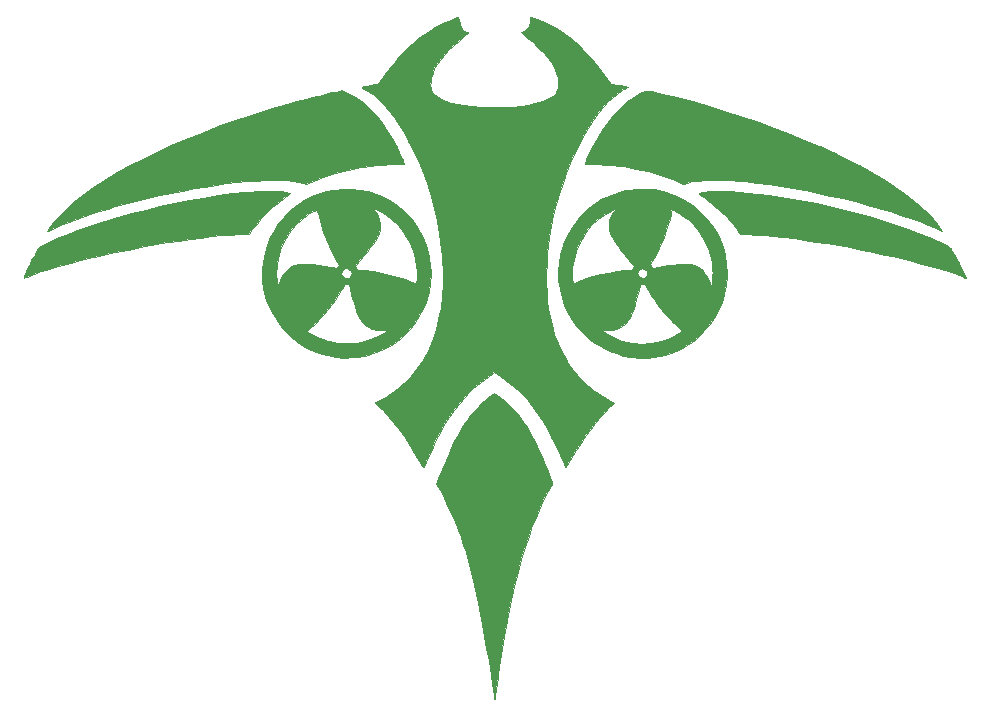
<source format=gbr>
G04 #@! TF.GenerationSoftware,KiCad,Pcbnew,(5.0.2)-1*
G04 #@! TF.CreationDate,2019-02-02T15:46:13-06:00*
G04 #@! TF.ProjectId,Motor test module,4d6f746f-7220-4746-9573-74206d6f6475,rev?*
G04 #@! TF.SameCoordinates,Original*
G04 #@! TF.FileFunction,Legend,Bot*
G04 #@! TF.FilePolarity,Positive*
%FSLAX46Y46*%
G04 Gerber Fmt 4.6, Leading zero omitted, Abs format (unit mm)*
G04 Created by KiCad (PCBNEW (5.0.2)-1) date 2/2/2019 3:46:13 PM*
%MOMM*%
%LPD*%
G01*
G04 APERTURE LIST*
%ADD10C,0.010000*%
G04 APERTURE END LIST*
D10*
G04 #@! TO.C,G\002A\002A\002A*
G36*
X133393747Y-106673920D02*
X133279418Y-106745311D01*
X133128069Y-106853992D01*
X132950211Y-106991536D01*
X132756351Y-107149512D01*
X132556998Y-107319491D01*
X132362661Y-107493044D01*
X132183848Y-107661741D01*
X132127082Y-107717871D01*
X131804859Y-108057549D01*
X131497287Y-108417109D01*
X131201214Y-108802179D01*
X130913481Y-109218388D01*
X130630935Y-109671366D01*
X130350419Y-110166741D01*
X130068777Y-110710143D01*
X129782855Y-111307201D01*
X129489496Y-111963543D01*
X129185546Y-112684800D01*
X128867847Y-113476600D01*
X128796359Y-113659376D01*
X128546590Y-114300658D01*
X128750072Y-114661620D01*
X129069891Y-115254699D01*
X129394057Y-115904306D01*
X129712672Y-116588881D01*
X130015839Y-117286864D01*
X130293661Y-117976698D01*
X130395995Y-118246917D01*
X130612777Y-118847891D01*
X130820301Y-119459502D01*
X131019597Y-120086439D01*
X131211696Y-120733391D01*
X131397627Y-121405046D01*
X131578422Y-122106094D01*
X131755110Y-122841224D01*
X131928722Y-123615124D01*
X132100288Y-124432484D01*
X132270839Y-125297992D01*
X132441404Y-126216338D01*
X132613014Y-127192210D01*
X132786700Y-128230297D01*
X132963491Y-129335288D01*
X133144418Y-130511872D01*
X133258076Y-131272298D01*
X133303285Y-131574856D01*
X133345446Y-131851400D01*
X133383033Y-132092359D01*
X133414520Y-132288158D01*
X133438381Y-132429225D01*
X133453091Y-132505986D01*
X133456486Y-132517215D01*
X133476033Y-132497431D01*
X133493507Y-132439886D01*
X133504276Y-132376165D01*
X133524060Y-132245355D01*
X133551194Y-132059019D01*
X133584012Y-131828723D01*
X133620848Y-131566030D01*
X133655706Y-131314031D01*
X133881892Y-129735205D01*
X134116076Y-128233164D01*
X134358863Y-126805666D01*
X134610856Y-125450466D01*
X134872657Y-124165322D01*
X135144868Y-122947989D01*
X135428094Y-121796225D01*
X135722938Y-120707784D01*
X136030000Y-119680425D01*
X136349886Y-118711903D01*
X136683198Y-117799974D01*
X137030538Y-116942395D01*
X137392510Y-116136923D01*
X137769716Y-115381314D01*
X138097145Y-114786342D01*
X138194497Y-114613662D01*
X138275399Y-114463463D01*
X138332359Y-114350157D01*
X138357884Y-114288157D01*
X138358562Y-114283471D01*
X138344610Y-114230871D01*
X138305485Y-114115301D01*
X138245285Y-113947572D01*
X138168109Y-113738497D01*
X138078053Y-113498886D01*
X137979216Y-113239551D01*
X137875696Y-112971303D01*
X137771590Y-112704953D01*
X137670996Y-112451312D01*
X137578013Y-112221193D01*
X137563038Y-112184656D01*
X137422086Y-111857072D01*
X137253560Y-111490602D01*
X137066487Y-111103075D01*
X136869894Y-110712321D01*
X136672807Y-110336169D01*
X136484254Y-109992448D01*
X136313261Y-109698986D01*
X136264391Y-109619665D01*
X135942255Y-109131357D01*
X135600690Y-108661245D01*
X135250285Y-108222376D01*
X134901630Y-107827797D01*
X134565314Y-107490554D01*
X134455826Y-107391417D01*
X134292058Y-107251780D01*
X134115359Y-107108203D01*
X133937865Y-106969748D01*
X133771711Y-106845477D01*
X133629034Y-106744451D01*
X133521968Y-106675732D01*
X133462649Y-106648381D01*
X133460549Y-106648250D01*
X133393747Y-106673920D01*
X133393747Y-106673920D01*
G37*
X133393747Y-106673920D02*
X133279418Y-106745311D01*
X133128069Y-106853992D01*
X132950211Y-106991536D01*
X132756351Y-107149512D01*
X132556998Y-107319491D01*
X132362661Y-107493044D01*
X132183848Y-107661741D01*
X132127082Y-107717871D01*
X131804859Y-108057549D01*
X131497287Y-108417109D01*
X131201214Y-108802179D01*
X130913481Y-109218388D01*
X130630935Y-109671366D01*
X130350419Y-110166741D01*
X130068777Y-110710143D01*
X129782855Y-111307201D01*
X129489496Y-111963543D01*
X129185546Y-112684800D01*
X128867847Y-113476600D01*
X128796359Y-113659376D01*
X128546590Y-114300658D01*
X128750072Y-114661620D01*
X129069891Y-115254699D01*
X129394057Y-115904306D01*
X129712672Y-116588881D01*
X130015839Y-117286864D01*
X130293661Y-117976698D01*
X130395995Y-118246917D01*
X130612777Y-118847891D01*
X130820301Y-119459502D01*
X131019597Y-120086439D01*
X131211696Y-120733391D01*
X131397627Y-121405046D01*
X131578422Y-122106094D01*
X131755110Y-122841224D01*
X131928722Y-123615124D01*
X132100288Y-124432484D01*
X132270839Y-125297992D01*
X132441404Y-126216338D01*
X132613014Y-127192210D01*
X132786700Y-128230297D01*
X132963491Y-129335288D01*
X133144418Y-130511872D01*
X133258076Y-131272298D01*
X133303285Y-131574856D01*
X133345446Y-131851400D01*
X133383033Y-132092359D01*
X133414520Y-132288158D01*
X133438381Y-132429225D01*
X133453091Y-132505986D01*
X133456486Y-132517215D01*
X133476033Y-132497431D01*
X133493507Y-132439886D01*
X133504276Y-132376165D01*
X133524060Y-132245355D01*
X133551194Y-132059019D01*
X133584012Y-131828723D01*
X133620848Y-131566030D01*
X133655706Y-131314031D01*
X133881892Y-129735205D01*
X134116076Y-128233164D01*
X134358863Y-126805666D01*
X134610856Y-125450466D01*
X134872657Y-124165322D01*
X135144868Y-122947989D01*
X135428094Y-121796225D01*
X135722938Y-120707784D01*
X136030000Y-119680425D01*
X136349886Y-118711903D01*
X136683198Y-117799974D01*
X137030538Y-116942395D01*
X137392510Y-116136923D01*
X137769716Y-115381314D01*
X138097145Y-114786342D01*
X138194497Y-114613662D01*
X138275399Y-114463463D01*
X138332359Y-114350157D01*
X138357884Y-114288157D01*
X138358562Y-114283471D01*
X138344610Y-114230871D01*
X138305485Y-114115301D01*
X138245285Y-113947572D01*
X138168109Y-113738497D01*
X138078053Y-113498886D01*
X137979216Y-113239551D01*
X137875696Y-112971303D01*
X137771590Y-112704953D01*
X137670996Y-112451312D01*
X137578013Y-112221193D01*
X137563038Y-112184656D01*
X137422086Y-111857072D01*
X137253560Y-111490602D01*
X137066487Y-111103075D01*
X136869894Y-110712321D01*
X136672807Y-110336169D01*
X136484254Y-109992448D01*
X136313261Y-109698986D01*
X136264391Y-109619665D01*
X135942255Y-109131357D01*
X135600690Y-108661245D01*
X135250285Y-108222376D01*
X134901630Y-107827797D01*
X134565314Y-107490554D01*
X134455826Y-107391417D01*
X134292058Y-107251780D01*
X134115359Y-107108203D01*
X133937865Y-106969748D01*
X133771711Y-106845477D01*
X133629034Y-106744451D01*
X133521968Y-106675732D01*
X133462649Y-106648381D01*
X133460549Y-106648250D01*
X133393747Y-106673920D01*
G36*
X136506465Y-74814818D02*
X136495120Y-74905590D01*
X136493250Y-74970422D01*
X136457893Y-75269211D01*
X136355687Y-75537566D01*
X136192433Y-75765334D01*
X135973928Y-75942364D01*
X135920764Y-75972569D01*
X135818159Y-76031261D01*
X135752327Y-76077101D01*
X135739187Y-76093082D01*
X135768114Y-76125742D01*
X135847518Y-76198753D01*
X135966337Y-76302339D01*
X136113506Y-76426718D01*
X136165828Y-76470181D01*
X136703085Y-76934859D01*
X137188805Y-77396552D01*
X137618716Y-77850398D01*
X137988544Y-78291536D01*
X138294016Y-78715104D01*
X138530860Y-79116241D01*
X138582090Y-79219238D01*
X138710809Y-79535547D01*
X138804655Y-79863226D01*
X138861822Y-80186943D01*
X138880507Y-80491371D01*
X138858902Y-80761180D01*
X138795202Y-80981040D01*
X138790744Y-80990735D01*
X138639607Y-81222489D01*
X138414367Y-81436723D01*
X138118535Y-81632559D01*
X137755619Y-81809117D01*
X137329128Y-81965515D01*
X136842572Y-82100874D01*
X136299461Y-82214315D01*
X135703303Y-82304957D01*
X135057608Y-82371920D01*
X134365885Y-82414324D01*
X133631643Y-82431289D01*
X133063473Y-82426957D01*
X132296510Y-82397599D01*
X131583278Y-82341913D01*
X130926689Y-82260592D01*
X130329655Y-82154333D01*
X129795089Y-82023828D01*
X129325903Y-81869774D01*
X128925010Y-81692863D01*
X128595320Y-81493792D01*
X128374231Y-81308656D01*
X128202883Y-81095271D01*
X128092546Y-80852447D01*
X128042050Y-80573605D01*
X128050226Y-80252162D01*
X128115904Y-79881536D01*
X128118637Y-79870066D01*
X128228272Y-79508560D01*
X128385947Y-79144121D01*
X128594627Y-78773132D01*
X128857281Y-78391980D01*
X129176878Y-77997047D01*
X129556384Y-77584718D01*
X129998768Y-77151378D01*
X130506998Y-76693410D01*
X131084042Y-76207200D01*
X131208579Y-76105756D01*
X131186344Y-76082859D01*
X131114167Y-76039767D01*
X131089516Y-76026832D01*
X130829199Y-75856136D01*
X130635199Y-75643028D01*
X130505400Y-75384337D01*
X130437690Y-75076893D01*
X130434343Y-75044321D01*
X130426084Y-74939308D01*
X130416543Y-74865315D01*
X130394742Y-74821591D01*
X130349702Y-74807384D01*
X130270443Y-74821940D01*
X130145988Y-74864509D01*
X129965356Y-74934339D01*
X129795641Y-75000575D01*
X129132066Y-75287744D01*
X128460201Y-75635465D01*
X127802105Y-76030950D01*
X127179839Y-76461406D01*
X126888875Y-76685881D01*
X126440157Y-77070384D01*
X125971440Y-77518730D01*
X125491924Y-78020954D01*
X125010808Y-78567088D01*
X124537292Y-79147166D01*
X124161325Y-79640906D01*
X124019793Y-79832521D01*
X123887985Y-80010351D01*
X123775915Y-80160933D01*
X123693597Y-80270802D01*
X123658202Y-80317360D01*
X123619747Y-80362688D01*
X123575719Y-80398093D01*
X123513330Y-80427606D01*
X123419793Y-80455254D01*
X123282320Y-80485067D01*
X123088125Y-80521074D01*
X122915019Y-80551524D01*
X122694279Y-80591119D01*
X122498872Y-80628219D01*
X122343147Y-80659939D01*
X122241458Y-80683393D01*
X122210314Y-80693240D01*
X122212677Y-80723877D01*
X122289419Y-80779106D01*
X122439655Y-80858306D01*
X122459137Y-80867737D01*
X122865136Y-81098637D01*
X123280771Y-81403688D01*
X123702771Y-81778720D01*
X124127864Y-82219567D01*
X124552779Y-82722059D01*
X124974244Y-83282030D01*
X125388988Y-83895310D01*
X125793739Y-84557732D01*
X126185225Y-85265128D01*
X126560176Y-86013329D01*
X126653202Y-86211126D01*
X127219194Y-87523963D01*
X127715262Y-88871583D01*
X128139950Y-90248618D01*
X128491806Y-91649700D01*
X128769376Y-93069460D01*
X128971205Y-94502531D01*
X129017369Y-94940438D01*
X129041906Y-95253339D01*
X129061157Y-95622090D01*
X129075023Y-96029932D01*
X129083401Y-96460109D01*
X129086190Y-96895861D01*
X129083289Y-97320432D01*
X129074598Y-97717062D01*
X129060013Y-98068995D01*
X129039435Y-98359472D01*
X129038120Y-98373406D01*
X128907665Y-99410793D01*
X128720401Y-100395266D01*
X128476609Y-101326298D01*
X128176566Y-102203358D01*
X127820550Y-103025917D01*
X127408841Y-103793448D01*
X126941716Y-104505421D01*
X126419455Y-105161306D01*
X125842335Y-105760576D01*
X125210636Y-106302701D01*
X124651644Y-106704539D01*
X124491261Y-106807197D01*
X124305724Y-106920279D01*
X124108285Y-107036362D01*
X123912195Y-107148025D01*
X123730706Y-107247846D01*
X123577068Y-107328402D01*
X123464534Y-107382274D01*
X123406354Y-107402037D01*
X123406297Y-107402037D01*
X123360035Y-107409363D01*
X123356687Y-107413362D01*
X123383213Y-107443644D01*
X123457154Y-107521572D01*
X123570061Y-107638407D01*
X123713481Y-107785413D01*
X123878963Y-107953850D01*
X123903670Y-107978909D01*
X124355105Y-108462636D01*
X124821641Y-109012037D01*
X125295719Y-109616712D01*
X125769773Y-110266266D01*
X126236244Y-110950299D01*
X126687566Y-111658415D01*
X127116180Y-112380216D01*
X127156962Y-112451799D01*
X127255609Y-112622726D01*
X127341185Y-112765587D01*
X127405873Y-112867728D01*
X127441854Y-112916498D01*
X127445578Y-112918875D01*
X127467332Y-112884030D01*
X127514839Y-112786599D01*
X127583250Y-112637235D01*
X127667722Y-112446591D01*
X127763406Y-112225323D01*
X127798333Y-112143357D01*
X128005766Y-111668527D01*
X128229810Y-111180408D01*
X128462485Y-110695139D01*
X128695809Y-110228859D01*
X128921803Y-109797706D01*
X129132487Y-109417820D01*
X129220336Y-109267625D01*
X129618115Y-108631599D01*
X130018474Y-108056158D01*
X130435413Y-107523335D01*
X130882933Y-107015166D01*
X131340221Y-106547604D01*
X131683479Y-106220358D01*
X132000507Y-105937437D01*
X132313705Y-105680434D01*
X132645473Y-105430941D01*
X133005328Y-105179305D01*
X133466312Y-104865894D01*
X133898296Y-105158998D01*
X134694532Y-105746415D01*
X135437367Y-106392207D01*
X135700291Y-106647459D01*
X136178532Y-107154117D01*
X136633024Y-107695430D01*
X137067674Y-108277650D01*
X137486386Y-108907031D01*
X137893065Y-109589828D01*
X138291615Y-110332295D01*
X138685942Y-111140685D01*
X139079951Y-112021253D01*
X139132891Y-112144969D01*
X139228447Y-112367337D01*
X139315039Y-112564966D01*
X139387365Y-112726062D01*
X139440119Y-112838831D01*
X139467998Y-112891478D01*
X139469287Y-112893059D01*
X139504198Y-112880461D01*
X139561048Y-112812933D01*
X139610443Y-112734309D01*
X139980008Y-112099960D01*
X140365533Y-111473346D01*
X140761568Y-110861923D01*
X141162661Y-110273146D01*
X141563360Y-109714467D01*
X141958213Y-109193343D01*
X142341769Y-108717227D01*
X142708576Y-108293574D01*
X143053182Y-107929837D01*
X143287172Y-107706810D01*
X143407459Y-107594931D01*
X143499101Y-107503557D01*
X143550347Y-107444771D01*
X143556538Y-107429848D01*
X143515693Y-107406219D01*
X143418942Y-107354586D01*
X143281194Y-107282803D01*
X143133445Y-107206930D01*
X142455508Y-106818139D01*
X141804916Y-106359880D01*
X141189701Y-105839674D01*
X140617898Y-105265043D01*
X140097541Y-104643509D01*
X139636662Y-103982593D01*
X139563279Y-103864357D01*
X139175178Y-103165223D01*
X138836567Y-102421108D01*
X138545976Y-101627524D01*
X138301936Y-100779983D01*
X138102977Y-99873998D01*
X137953536Y-98948875D01*
X137929929Y-98768048D01*
X137910848Y-98600643D01*
X137895824Y-98435260D01*
X137884390Y-98260502D01*
X137876077Y-98064970D01*
X137870416Y-97837264D01*
X137866940Y-97565986D01*
X137865180Y-97239738D01*
X137864668Y-96847120D01*
X137864669Y-96785906D01*
X137865908Y-96313171D01*
X137870191Y-95904804D01*
X137878577Y-95545822D01*
X137892124Y-95221242D01*
X137911892Y-94916082D01*
X137938940Y-94615360D01*
X137974327Y-94304093D01*
X138019111Y-93967299D01*
X138074352Y-93589994D01*
X138104503Y-93392625D01*
X138264987Y-92467749D01*
X138459531Y-91546754D01*
X138685905Y-90634028D01*
X138941879Y-89733955D01*
X139225225Y-88850924D01*
X139533711Y-87989319D01*
X139865110Y-87153528D01*
X140217191Y-86347938D01*
X140587725Y-85576933D01*
X140974482Y-84844901D01*
X141375234Y-84156228D01*
X141787750Y-83515301D01*
X142209802Y-82926505D01*
X142639158Y-82394228D01*
X143073591Y-81922855D01*
X143510871Y-81516774D01*
X143948768Y-81180369D01*
X144385053Y-80918029D01*
X144465338Y-80877999D01*
X144621484Y-80799682D01*
X144711572Y-80745967D01*
X144743031Y-80711461D01*
X144723307Y-80690776D01*
X144660445Y-80675022D01*
X144534237Y-80648777D01*
X144359573Y-80614949D01*
X144151342Y-80576450D01*
X143999764Y-80549368D01*
X143350497Y-80434972D01*
X143109492Y-80097471D01*
X142610852Y-79424373D01*
X142101977Y-78785972D01*
X141589882Y-78190062D01*
X141081580Y-77644435D01*
X140584086Y-77156887D01*
X140104414Y-76735209D01*
X140025300Y-76670758D01*
X139446790Y-76240486D01*
X138813233Y-75832896D01*
X138148373Y-75461567D01*
X137475956Y-75140075D01*
X137030697Y-74958435D01*
X136849353Y-74890825D01*
X136694859Y-74834882D01*
X136582328Y-74795961D01*
X136526875Y-74779416D01*
X136524681Y-74779188D01*
X136506465Y-74814818D01*
X136506465Y-74814818D01*
G37*
X136506465Y-74814818D02*
X136495120Y-74905590D01*
X136493250Y-74970422D01*
X136457893Y-75269211D01*
X136355687Y-75537566D01*
X136192433Y-75765334D01*
X135973928Y-75942364D01*
X135920764Y-75972569D01*
X135818159Y-76031261D01*
X135752327Y-76077101D01*
X135739187Y-76093082D01*
X135768114Y-76125742D01*
X135847518Y-76198753D01*
X135966337Y-76302339D01*
X136113506Y-76426718D01*
X136165828Y-76470181D01*
X136703085Y-76934859D01*
X137188805Y-77396552D01*
X137618716Y-77850398D01*
X137988544Y-78291536D01*
X138294016Y-78715104D01*
X138530860Y-79116241D01*
X138582090Y-79219238D01*
X138710809Y-79535547D01*
X138804655Y-79863226D01*
X138861822Y-80186943D01*
X138880507Y-80491371D01*
X138858902Y-80761180D01*
X138795202Y-80981040D01*
X138790744Y-80990735D01*
X138639607Y-81222489D01*
X138414367Y-81436723D01*
X138118535Y-81632559D01*
X137755619Y-81809117D01*
X137329128Y-81965515D01*
X136842572Y-82100874D01*
X136299461Y-82214315D01*
X135703303Y-82304957D01*
X135057608Y-82371920D01*
X134365885Y-82414324D01*
X133631643Y-82431289D01*
X133063473Y-82426957D01*
X132296510Y-82397599D01*
X131583278Y-82341913D01*
X130926689Y-82260592D01*
X130329655Y-82154333D01*
X129795089Y-82023828D01*
X129325903Y-81869774D01*
X128925010Y-81692863D01*
X128595320Y-81493792D01*
X128374231Y-81308656D01*
X128202883Y-81095271D01*
X128092546Y-80852447D01*
X128042050Y-80573605D01*
X128050226Y-80252162D01*
X128115904Y-79881536D01*
X128118637Y-79870066D01*
X128228272Y-79508560D01*
X128385947Y-79144121D01*
X128594627Y-78773132D01*
X128857281Y-78391980D01*
X129176878Y-77997047D01*
X129556384Y-77584718D01*
X129998768Y-77151378D01*
X130506998Y-76693410D01*
X131084042Y-76207200D01*
X131208579Y-76105756D01*
X131186344Y-76082859D01*
X131114167Y-76039767D01*
X131089516Y-76026832D01*
X130829199Y-75856136D01*
X130635199Y-75643028D01*
X130505400Y-75384337D01*
X130437690Y-75076893D01*
X130434343Y-75044321D01*
X130426084Y-74939308D01*
X130416543Y-74865315D01*
X130394742Y-74821591D01*
X130349702Y-74807384D01*
X130270443Y-74821940D01*
X130145988Y-74864509D01*
X129965356Y-74934339D01*
X129795641Y-75000575D01*
X129132066Y-75287744D01*
X128460201Y-75635465D01*
X127802105Y-76030950D01*
X127179839Y-76461406D01*
X126888875Y-76685881D01*
X126440157Y-77070384D01*
X125971440Y-77518730D01*
X125491924Y-78020954D01*
X125010808Y-78567088D01*
X124537292Y-79147166D01*
X124161325Y-79640906D01*
X124019793Y-79832521D01*
X123887985Y-80010351D01*
X123775915Y-80160933D01*
X123693597Y-80270802D01*
X123658202Y-80317360D01*
X123619747Y-80362688D01*
X123575719Y-80398093D01*
X123513330Y-80427606D01*
X123419793Y-80455254D01*
X123282320Y-80485067D01*
X123088125Y-80521074D01*
X122915019Y-80551524D01*
X122694279Y-80591119D01*
X122498872Y-80628219D01*
X122343147Y-80659939D01*
X122241458Y-80683393D01*
X122210314Y-80693240D01*
X122212677Y-80723877D01*
X122289419Y-80779106D01*
X122439655Y-80858306D01*
X122459137Y-80867737D01*
X122865136Y-81098637D01*
X123280771Y-81403688D01*
X123702771Y-81778720D01*
X124127864Y-82219567D01*
X124552779Y-82722059D01*
X124974244Y-83282030D01*
X125388988Y-83895310D01*
X125793739Y-84557732D01*
X126185225Y-85265128D01*
X126560176Y-86013329D01*
X126653202Y-86211126D01*
X127219194Y-87523963D01*
X127715262Y-88871583D01*
X128139950Y-90248618D01*
X128491806Y-91649700D01*
X128769376Y-93069460D01*
X128971205Y-94502531D01*
X129017369Y-94940438D01*
X129041906Y-95253339D01*
X129061157Y-95622090D01*
X129075023Y-96029932D01*
X129083401Y-96460109D01*
X129086190Y-96895861D01*
X129083289Y-97320432D01*
X129074598Y-97717062D01*
X129060013Y-98068995D01*
X129039435Y-98359472D01*
X129038120Y-98373406D01*
X128907665Y-99410793D01*
X128720401Y-100395266D01*
X128476609Y-101326298D01*
X128176566Y-102203358D01*
X127820550Y-103025917D01*
X127408841Y-103793448D01*
X126941716Y-104505421D01*
X126419455Y-105161306D01*
X125842335Y-105760576D01*
X125210636Y-106302701D01*
X124651644Y-106704539D01*
X124491261Y-106807197D01*
X124305724Y-106920279D01*
X124108285Y-107036362D01*
X123912195Y-107148025D01*
X123730706Y-107247846D01*
X123577068Y-107328402D01*
X123464534Y-107382274D01*
X123406354Y-107402037D01*
X123406297Y-107402037D01*
X123360035Y-107409363D01*
X123356687Y-107413362D01*
X123383213Y-107443644D01*
X123457154Y-107521572D01*
X123570061Y-107638407D01*
X123713481Y-107785413D01*
X123878963Y-107953850D01*
X123903670Y-107978909D01*
X124355105Y-108462636D01*
X124821641Y-109012037D01*
X125295719Y-109616712D01*
X125769773Y-110266266D01*
X126236244Y-110950299D01*
X126687566Y-111658415D01*
X127116180Y-112380216D01*
X127156962Y-112451799D01*
X127255609Y-112622726D01*
X127341185Y-112765587D01*
X127405873Y-112867728D01*
X127441854Y-112916498D01*
X127445578Y-112918875D01*
X127467332Y-112884030D01*
X127514839Y-112786599D01*
X127583250Y-112637235D01*
X127667722Y-112446591D01*
X127763406Y-112225323D01*
X127798333Y-112143357D01*
X128005766Y-111668527D01*
X128229810Y-111180408D01*
X128462485Y-110695139D01*
X128695809Y-110228859D01*
X128921803Y-109797706D01*
X129132487Y-109417820D01*
X129220336Y-109267625D01*
X129618115Y-108631599D01*
X130018474Y-108056158D01*
X130435413Y-107523335D01*
X130882933Y-107015166D01*
X131340221Y-106547604D01*
X131683479Y-106220358D01*
X132000507Y-105937437D01*
X132313705Y-105680434D01*
X132645473Y-105430941D01*
X133005328Y-105179305D01*
X133466312Y-104865894D01*
X133898296Y-105158998D01*
X134694532Y-105746415D01*
X135437367Y-106392207D01*
X135700291Y-106647459D01*
X136178532Y-107154117D01*
X136633024Y-107695430D01*
X137067674Y-108277650D01*
X137486386Y-108907031D01*
X137893065Y-109589828D01*
X138291615Y-110332295D01*
X138685942Y-111140685D01*
X139079951Y-112021253D01*
X139132891Y-112144969D01*
X139228447Y-112367337D01*
X139315039Y-112564966D01*
X139387365Y-112726062D01*
X139440119Y-112838831D01*
X139467998Y-112891478D01*
X139469287Y-112893059D01*
X139504198Y-112880461D01*
X139561048Y-112812933D01*
X139610443Y-112734309D01*
X139980008Y-112099960D01*
X140365533Y-111473346D01*
X140761568Y-110861923D01*
X141162661Y-110273146D01*
X141563360Y-109714467D01*
X141958213Y-109193343D01*
X142341769Y-108717227D01*
X142708576Y-108293574D01*
X143053182Y-107929837D01*
X143287172Y-107706810D01*
X143407459Y-107594931D01*
X143499101Y-107503557D01*
X143550347Y-107444771D01*
X143556538Y-107429848D01*
X143515693Y-107406219D01*
X143418942Y-107354586D01*
X143281194Y-107282803D01*
X143133445Y-107206930D01*
X142455508Y-106818139D01*
X141804916Y-106359880D01*
X141189701Y-105839674D01*
X140617898Y-105265043D01*
X140097541Y-104643509D01*
X139636662Y-103982593D01*
X139563279Y-103864357D01*
X139175178Y-103165223D01*
X138836567Y-102421108D01*
X138545976Y-101627524D01*
X138301936Y-100779983D01*
X138102977Y-99873998D01*
X137953536Y-98948875D01*
X137929929Y-98768048D01*
X137910848Y-98600643D01*
X137895824Y-98435260D01*
X137884390Y-98260502D01*
X137876077Y-98064970D01*
X137870416Y-97837264D01*
X137866940Y-97565986D01*
X137865180Y-97239738D01*
X137864668Y-96847120D01*
X137864669Y-96785906D01*
X137865908Y-96313171D01*
X137870191Y-95904804D01*
X137878577Y-95545822D01*
X137892124Y-95221242D01*
X137911892Y-94916082D01*
X137938940Y-94615360D01*
X137974327Y-94304093D01*
X138019111Y-93967299D01*
X138074352Y-93589994D01*
X138104503Y-93392625D01*
X138264987Y-92467749D01*
X138459531Y-91546754D01*
X138685905Y-90634028D01*
X138941879Y-89733955D01*
X139225225Y-88850924D01*
X139533711Y-87989319D01*
X139865110Y-87153528D01*
X140217191Y-86347938D01*
X140587725Y-85576933D01*
X140974482Y-84844901D01*
X141375234Y-84156228D01*
X141787750Y-83515301D01*
X142209802Y-82926505D01*
X142639158Y-82394228D01*
X143073591Y-81922855D01*
X143510871Y-81516774D01*
X143948768Y-81180369D01*
X144385053Y-80918029D01*
X144465338Y-80877999D01*
X144621484Y-80799682D01*
X144711572Y-80745967D01*
X144743031Y-80711461D01*
X144723307Y-80690776D01*
X144660445Y-80675022D01*
X144534237Y-80648777D01*
X144359573Y-80614949D01*
X144151342Y-80576450D01*
X143999764Y-80549368D01*
X143350497Y-80434972D01*
X143109492Y-80097471D01*
X142610852Y-79424373D01*
X142101977Y-78785972D01*
X141589882Y-78190062D01*
X141081580Y-77644435D01*
X140584086Y-77156887D01*
X140104414Y-76735209D01*
X140025300Y-76670758D01*
X139446790Y-76240486D01*
X138813233Y-75832896D01*
X138148373Y-75461567D01*
X137475956Y-75140075D01*
X137030697Y-74958435D01*
X136849353Y-74890825D01*
X136694859Y-74834882D01*
X136582328Y-74795961D01*
X136526875Y-74779416D01*
X136524681Y-74779188D01*
X136506465Y-74814818D01*
G36*
X145509370Y-89334795D02*
X144768488Y-89422645D01*
X144544651Y-89464614D01*
X143831952Y-89649577D01*
X143148273Y-89905952D01*
X142498269Y-90229607D01*
X141886599Y-90616412D01*
X141317919Y-91062234D01*
X140796886Y-91562942D01*
X140328155Y-92114405D01*
X139916385Y-92712491D01*
X139566232Y-93353068D01*
X139282353Y-94032006D01*
X139231918Y-94178096D01*
X139030598Y-94903707D01*
X138906110Y-95633449D01*
X138856738Y-96362278D01*
X138880763Y-97085150D01*
X138976471Y-97797021D01*
X139142143Y-98492847D01*
X139376064Y-99167583D01*
X139676517Y-99816187D01*
X140041785Y-100433612D01*
X140470151Y-101014817D01*
X140959899Y-101554755D01*
X141509313Y-102048384D01*
X142044759Y-102443123D01*
X142276107Y-102585937D01*
X142558783Y-102741839D01*
X142869366Y-102899402D01*
X143184436Y-103047200D01*
X143480571Y-103173806D01*
X143734353Y-103267791D01*
X143736219Y-103268404D01*
X144386413Y-103446046D01*
X145064357Y-103564843D01*
X145749888Y-103622675D01*
X146422847Y-103617419D01*
X146772312Y-103587786D01*
X147485772Y-103469401D01*
X148187895Y-103280192D01*
X148865206Y-103024797D01*
X149504226Y-102707852D01*
X149747323Y-102564117D01*
X150196493Y-102260380D01*
X150618506Y-101921168D01*
X151035478Y-101528339D01*
X151137937Y-101423360D01*
X151153708Y-101405236D01*
X149340630Y-101405236D01*
X149118112Y-101541637D01*
X148522091Y-101863073D01*
X147899386Y-102115133D01*
X147257904Y-102296117D01*
X146605554Y-102404324D01*
X145950242Y-102438055D01*
X145299877Y-102395611D01*
X145204656Y-102382773D01*
X144590808Y-102266501D01*
X144019269Y-102097600D01*
X143470647Y-101868842D01*
X142925546Y-101572999D01*
X142765377Y-101473637D01*
X142508910Y-101310281D01*
X143043189Y-101284827D01*
X143436486Y-101252502D01*
X143765739Y-101193368D01*
X144043111Y-101102823D01*
X144280765Y-100976263D01*
X144490862Y-100809084D01*
X144602122Y-100694774D01*
X144721879Y-100550639D01*
X144831367Y-100393002D01*
X144934136Y-100213330D01*
X145033739Y-100003091D01*
X145133729Y-99753755D01*
X145237658Y-99456788D01*
X145349077Y-99103660D01*
X145471540Y-98685837D01*
X145540632Y-98440643D01*
X145615406Y-98171754D01*
X145682620Y-97928708D01*
X145739467Y-97721759D01*
X145783144Y-97561157D01*
X145810845Y-97457157D01*
X145819812Y-97420192D01*
X145855257Y-97408645D01*
X145944664Y-97401837D01*
X145993490Y-97401063D01*
X146167168Y-97401063D01*
X146317346Y-97686852D01*
X146442163Y-97907478D01*
X146607046Y-98173615D01*
X146801383Y-98469684D01*
X147014567Y-98780103D01*
X147235986Y-99089292D01*
X147455032Y-99381668D01*
X147581231Y-99542950D01*
X147730902Y-99722713D01*
X147922456Y-99940874D01*
X148140637Y-100180740D01*
X148370188Y-100425613D01*
X148595852Y-100658797D01*
X148659296Y-100722758D01*
X149340630Y-101405236D01*
X151153708Y-101405236D01*
X151637478Y-100849299D01*
X152065750Y-100240589D01*
X152422158Y-99598719D01*
X152706104Y-98925179D01*
X152916991Y-98221460D01*
X153054222Y-97489050D01*
X153117200Y-96729441D01*
X153121585Y-96473500D01*
X153120929Y-96460045D01*
X151924642Y-96460045D01*
X151922751Y-96696377D01*
X151915315Y-96926158D01*
X151903220Y-97138616D01*
X151887351Y-97322976D01*
X151868591Y-97468463D01*
X151847825Y-97564303D01*
X151825938Y-97599720D01*
X151809122Y-97579656D01*
X151780879Y-97508534D01*
X151731897Y-97385094D01*
X151670692Y-97230802D01*
X151640507Y-97154695D01*
X151508625Y-96864801D01*
X151350939Y-96586793D01*
X151243838Y-96432311D01*
X146414099Y-96432311D01*
X146402755Y-96595114D01*
X146336310Y-96733437D01*
X146226534Y-96836424D01*
X146085197Y-96893221D01*
X145924070Y-96892974D01*
X145754922Y-96824828D01*
X145747044Y-96819819D01*
X145668995Y-96742394D01*
X145601749Y-96633170D01*
X145596262Y-96620666D01*
X145565161Y-96456570D01*
X145599528Y-96299906D01*
X145687935Y-96168438D01*
X145818958Y-96079932D01*
X145962204Y-96051688D01*
X146148959Y-96081738D01*
X146291978Y-96167382D01*
X146358570Y-96255881D01*
X146414099Y-96432311D01*
X151243838Y-96432311D01*
X151180413Y-96340829D01*
X151010011Y-96147066D01*
X150966964Y-96107410D01*
X150775461Y-95960365D01*
X150568829Y-95843563D01*
X150339829Y-95756395D01*
X150081221Y-95698252D01*
X149785769Y-95668525D01*
X149446234Y-95666605D01*
X149055377Y-95691884D01*
X148605959Y-95743751D01*
X148090743Y-95821599D01*
X147917058Y-95850822D01*
X147649944Y-95896134D01*
X147405784Y-95936521D01*
X147196479Y-95970098D01*
X147033931Y-95994977D01*
X146930042Y-96009274D01*
X146899815Y-96012000D01*
X146828692Y-95982198D01*
X146744118Y-95907458D01*
X146715531Y-95873172D01*
X146699887Y-95852661D01*
X145261364Y-95852661D01*
X145085594Y-96194597D01*
X144490281Y-96241009D01*
X143861360Y-96309367D01*
X143196450Y-96416890D01*
X142516887Y-96558477D01*
X141844008Y-96729028D01*
X141199149Y-96923442D01*
X140603647Y-97136618D01*
X140402469Y-97218229D01*
X140259347Y-97277760D01*
X140173182Y-97307956D01*
X140127479Y-97309569D01*
X140105745Y-97283353D01*
X140092044Y-97232391D01*
X140064533Y-97061753D01*
X140046884Y-96834248D01*
X140039564Y-96571824D01*
X140043043Y-96296430D01*
X140057788Y-96030017D01*
X140064741Y-95952469D01*
X140171806Y-95263100D01*
X140351779Y-94601394D01*
X140601725Y-93971701D01*
X140918709Y-93378371D01*
X141299797Y-92825756D01*
X141742052Y-92318206D01*
X142242541Y-91860073D01*
X142798329Y-91455705D01*
X143292367Y-91167775D01*
X143450138Y-91087393D01*
X143580539Y-91025204D01*
X143668716Y-90988016D01*
X143699453Y-90981224D01*
X143687335Y-91019950D01*
X143639772Y-91107734D01*
X143565985Y-91228018D01*
X143537689Y-91271661D01*
X143328312Y-91640644D01*
X143195446Y-91997789D01*
X143138543Y-92350299D01*
X143157055Y-92705377D01*
X143250436Y-93070227D01*
X143378091Y-93372781D01*
X143459203Y-93528596D01*
X143554406Y-93690502D01*
X143669387Y-93866270D01*
X143809831Y-94063672D01*
X143981423Y-94290478D01*
X144189850Y-94554458D01*
X144440798Y-94863384D01*
X144685162Y-95159147D01*
X145261364Y-95852661D01*
X146699887Y-95852661D01*
X146609642Y-95734343D01*
X146724546Y-95565594D01*
X146936704Y-95225561D01*
X147156305Y-94821601D01*
X147377586Y-94368056D01*
X147594782Y-93879266D01*
X147802131Y-93369574D01*
X147993868Y-92853320D01*
X148164228Y-92344846D01*
X148307449Y-91858493D01*
X148417766Y-91408603D01*
X148441469Y-91293685D01*
X148489488Y-91049612D01*
X148752072Y-91193136D01*
X149164346Y-91437231D01*
X149537822Y-91701198D01*
X149898243Y-92004463D01*
X150167363Y-92261293D01*
X150615757Y-92751651D01*
X150991731Y-93259277D01*
X151301961Y-93794807D01*
X151553125Y-94368878D01*
X151633814Y-94597368D01*
X151735410Y-94922080D01*
X151809696Y-95210519D01*
X151861427Y-95489771D01*
X151895360Y-95786922D01*
X151916250Y-96129058D01*
X151920104Y-96227940D01*
X151924642Y-96460045D01*
X153120929Y-96460045D01*
X153084370Y-95710348D01*
X152971679Y-94969734D01*
X152784808Y-94254674D01*
X152525049Y-93568185D01*
X152193697Y-92913282D01*
X151792044Y-92292982D01*
X151321384Y-91710302D01*
X150888262Y-91265907D01*
X150320869Y-90783116D01*
X149712412Y-90366153D01*
X149068428Y-90016590D01*
X148394452Y-89735999D01*
X147696022Y-89525952D01*
X146978674Y-89388020D01*
X146247944Y-89323778D01*
X145509370Y-89334795D01*
X145509370Y-89334795D01*
G37*
X145509370Y-89334795D02*
X144768488Y-89422645D01*
X144544651Y-89464614D01*
X143831952Y-89649577D01*
X143148273Y-89905952D01*
X142498269Y-90229607D01*
X141886599Y-90616412D01*
X141317919Y-91062234D01*
X140796886Y-91562942D01*
X140328155Y-92114405D01*
X139916385Y-92712491D01*
X139566232Y-93353068D01*
X139282353Y-94032006D01*
X139231918Y-94178096D01*
X139030598Y-94903707D01*
X138906110Y-95633449D01*
X138856738Y-96362278D01*
X138880763Y-97085150D01*
X138976471Y-97797021D01*
X139142143Y-98492847D01*
X139376064Y-99167583D01*
X139676517Y-99816187D01*
X140041785Y-100433612D01*
X140470151Y-101014817D01*
X140959899Y-101554755D01*
X141509313Y-102048384D01*
X142044759Y-102443123D01*
X142276107Y-102585937D01*
X142558783Y-102741839D01*
X142869366Y-102899402D01*
X143184436Y-103047200D01*
X143480571Y-103173806D01*
X143734353Y-103267791D01*
X143736219Y-103268404D01*
X144386413Y-103446046D01*
X145064357Y-103564843D01*
X145749888Y-103622675D01*
X146422847Y-103617419D01*
X146772312Y-103587786D01*
X147485772Y-103469401D01*
X148187895Y-103280192D01*
X148865206Y-103024797D01*
X149504226Y-102707852D01*
X149747323Y-102564117D01*
X150196493Y-102260380D01*
X150618506Y-101921168D01*
X151035478Y-101528339D01*
X151137937Y-101423360D01*
X151153708Y-101405236D01*
X149340630Y-101405236D01*
X149118112Y-101541637D01*
X148522091Y-101863073D01*
X147899386Y-102115133D01*
X147257904Y-102296117D01*
X146605554Y-102404324D01*
X145950242Y-102438055D01*
X145299877Y-102395611D01*
X145204656Y-102382773D01*
X144590808Y-102266501D01*
X144019269Y-102097600D01*
X143470647Y-101868842D01*
X142925546Y-101572999D01*
X142765377Y-101473637D01*
X142508910Y-101310281D01*
X143043189Y-101284827D01*
X143436486Y-101252502D01*
X143765739Y-101193368D01*
X144043111Y-101102823D01*
X144280765Y-100976263D01*
X144490862Y-100809084D01*
X144602122Y-100694774D01*
X144721879Y-100550639D01*
X144831367Y-100393002D01*
X144934136Y-100213330D01*
X145033739Y-100003091D01*
X145133729Y-99753755D01*
X145237658Y-99456788D01*
X145349077Y-99103660D01*
X145471540Y-98685837D01*
X145540632Y-98440643D01*
X145615406Y-98171754D01*
X145682620Y-97928708D01*
X145739467Y-97721759D01*
X145783144Y-97561157D01*
X145810845Y-97457157D01*
X145819812Y-97420192D01*
X145855257Y-97408645D01*
X145944664Y-97401837D01*
X145993490Y-97401063D01*
X146167168Y-97401063D01*
X146317346Y-97686852D01*
X146442163Y-97907478D01*
X146607046Y-98173615D01*
X146801383Y-98469684D01*
X147014567Y-98780103D01*
X147235986Y-99089292D01*
X147455032Y-99381668D01*
X147581231Y-99542950D01*
X147730902Y-99722713D01*
X147922456Y-99940874D01*
X148140637Y-100180740D01*
X148370188Y-100425613D01*
X148595852Y-100658797D01*
X148659296Y-100722758D01*
X149340630Y-101405236D01*
X151153708Y-101405236D01*
X151637478Y-100849299D01*
X152065750Y-100240589D01*
X152422158Y-99598719D01*
X152706104Y-98925179D01*
X152916991Y-98221460D01*
X153054222Y-97489050D01*
X153117200Y-96729441D01*
X153121585Y-96473500D01*
X153120929Y-96460045D01*
X151924642Y-96460045D01*
X151922751Y-96696377D01*
X151915315Y-96926158D01*
X151903220Y-97138616D01*
X151887351Y-97322976D01*
X151868591Y-97468463D01*
X151847825Y-97564303D01*
X151825938Y-97599720D01*
X151809122Y-97579656D01*
X151780879Y-97508534D01*
X151731897Y-97385094D01*
X151670692Y-97230802D01*
X151640507Y-97154695D01*
X151508625Y-96864801D01*
X151350939Y-96586793D01*
X151243838Y-96432311D01*
X146414099Y-96432311D01*
X146402755Y-96595114D01*
X146336310Y-96733437D01*
X146226534Y-96836424D01*
X146085197Y-96893221D01*
X145924070Y-96892974D01*
X145754922Y-96824828D01*
X145747044Y-96819819D01*
X145668995Y-96742394D01*
X145601749Y-96633170D01*
X145596262Y-96620666D01*
X145565161Y-96456570D01*
X145599528Y-96299906D01*
X145687935Y-96168438D01*
X145818958Y-96079932D01*
X145962204Y-96051688D01*
X146148959Y-96081738D01*
X146291978Y-96167382D01*
X146358570Y-96255881D01*
X146414099Y-96432311D01*
X151243838Y-96432311D01*
X151180413Y-96340829D01*
X151010011Y-96147066D01*
X150966964Y-96107410D01*
X150775461Y-95960365D01*
X150568829Y-95843563D01*
X150339829Y-95756395D01*
X150081221Y-95698252D01*
X149785769Y-95668525D01*
X149446234Y-95666605D01*
X149055377Y-95691884D01*
X148605959Y-95743751D01*
X148090743Y-95821599D01*
X147917058Y-95850822D01*
X147649944Y-95896134D01*
X147405784Y-95936521D01*
X147196479Y-95970098D01*
X147033931Y-95994977D01*
X146930042Y-96009274D01*
X146899815Y-96012000D01*
X146828692Y-95982198D01*
X146744118Y-95907458D01*
X146715531Y-95873172D01*
X146699887Y-95852661D01*
X145261364Y-95852661D01*
X145085594Y-96194597D01*
X144490281Y-96241009D01*
X143861360Y-96309367D01*
X143196450Y-96416890D01*
X142516887Y-96558477D01*
X141844008Y-96729028D01*
X141199149Y-96923442D01*
X140603647Y-97136618D01*
X140402469Y-97218229D01*
X140259347Y-97277760D01*
X140173182Y-97307956D01*
X140127479Y-97309569D01*
X140105745Y-97283353D01*
X140092044Y-97232391D01*
X140064533Y-97061753D01*
X140046884Y-96834248D01*
X140039564Y-96571824D01*
X140043043Y-96296430D01*
X140057788Y-96030017D01*
X140064741Y-95952469D01*
X140171806Y-95263100D01*
X140351779Y-94601394D01*
X140601725Y-93971701D01*
X140918709Y-93378371D01*
X141299797Y-92825756D01*
X141742052Y-92318206D01*
X142242541Y-91860073D01*
X142798329Y-91455705D01*
X143292367Y-91167775D01*
X143450138Y-91087393D01*
X143580539Y-91025204D01*
X143668716Y-90988016D01*
X143699453Y-90981224D01*
X143687335Y-91019950D01*
X143639772Y-91107734D01*
X143565985Y-91228018D01*
X143537689Y-91271661D01*
X143328312Y-91640644D01*
X143195446Y-91997789D01*
X143138543Y-92350299D01*
X143157055Y-92705377D01*
X143250436Y-93070227D01*
X143378091Y-93372781D01*
X143459203Y-93528596D01*
X143554406Y-93690502D01*
X143669387Y-93866270D01*
X143809831Y-94063672D01*
X143981423Y-94290478D01*
X144189850Y-94554458D01*
X144440798Y-94863384D01*
X144685162Y-95159147D01*
X145261364Y-95852661D01*
X146699887Y-95852661D01*
X146609642Y-95734343D01*
X146724546Y-95565594D01*
X146936704Y-95225561D01*
X147156305Y-94821601D01*
X147377586Y-94368056D01*
X147594782Y-93879266D01*
X147802131Y-93369574D01*
X147993868Y-92853320D01*
X148164228Y-92344846D01*
X148307449Y-91858493D01*
X148417766Y-91408603D01*
X148441469Y-91293685D01*
X148489488Y-91049612D01*
X148752072Y-91193136D01*
X149164346Y-91437231D01*
X149537822Y-91701198D01*
X149898243Y-92004463D01*
X150167363Y-92261293D01*
X150615757Y-92751651D01*
X150991731Y-93259277D01*
X151301961Y-93794807D01*
X151553125Y-94368878D01*
X151633814Y-94597368D01*
X151735410Y-94922080D01*
X151809696Y-95210519D01*
X151861427Y-95489771D01*
X151895360Y-95786922D01*
X151916250Y-96129058D01*
X151920104Y-96227940D01*
X151924642Y-96460045D01*
X153120929Y-96460045D01*
X153084370Y-95710348D01*
X152971679Y-94969734D01*
X152784808Y-94254674D01*
X152525049Y-93568185D01*
X152193697Y-92913282D01*
X151792044Y-92292982D01*
X151321384Y-91710302D01*
X150888262Y-91265907D01*
X150320869Y-90783116D01*
X149712412Y-90366153D01*
X149068428Y-90016590D01*
X148394452Y-89735999D01*
X147696022Y-89525952D01*
X146978674Y-89388020D01*
X146247944Y-89323778D01*
X145509370Y-89334795D01*
G36*
X119898305Y-89396181D02*
X119180198Y-89538204D01*
X118673562Y-89686051D01*
X117986684Y-89955827D01*
X117334368Y-90294808D01*
X116721658Y-90698517D01*
X116153594Y-91162479D01*
X115635220Y-91682217D01*
X115171577Y-92253255D01*
X114767707Y-92871116D01*
X114488532Y-93401397D01*
X114205369Y-94091279D01*
X113996213Y-94804026D01*
X113861493Y-95532840D01*
X113801641Y-96270923D01*
X113817087Y-97011477D01*
X113908262Y-97747704D01*
X114075597Y-98472805D01*
X114151560Y-98720633D01*
X114246285Y-98976678D01*
X114374570Y-99275148D01*
X114525994Y-99595407D01*
X114690139Y-99916819D01*
X114856584Y-100218750D01*
X115014912Y-100480563D01*
X115114529Y-100627800D01*
X115585392Y-101214914D01*
X116106749Y-101743877D01*
X116673524Y-102212428D01*
X117280640Y-102618302D01*
X117923019Y-102959236D01*
X118595586Y-103232967D01*
X119293263Y-103437232D01*
X120010974Y-103569766D01*
X120743642Y-103628307D01*
X121486190Y-103610592D01*
X121749344Y-103585746D01*
X122476230Y-103464829D01*
X123178213Y-103271440D01*
X123850894Y-103009522D01*
X124489877Y-102683019D01*
X125090765Y-102295877D01*
X125649161Y-101852038D01*
X126160670Y-101355447D01*
X126227124Y-101276694D01*
X124467757Y-101276694D01*
X124436032Y-101303823D01*
X124350315Y-101361174D01*
X124225590Y-101439693D01*
X124076841Y-101530325D01*
X123919052Y-101624017D01*
X123767208Y-101711712D01*
X123636293Y-101784359D01*
X123571945Y-101818002D01*
X123159620Y-102000394D01*
X122697198Y-102161975D01*
X122213013Y-102294153D01*
X121735399Y-102388334D01*
X121650125Y-102400892D01*
X121454829Y-102417962D01*
X121202920Y-102425345D01*
X120916473Y-102423770D01*
X120617563Y-102413965D01*
X120328266Y-102396658D01*
X120070657Y-102372580D01*
X119866811Y-102342457D01*
X119864187Y-102341946D01*
X119397736Y-102228158D01*
X118916528Y-102070015D01*
X118446475Y-101877715D01*
X118013487Y-101661453D01*
X117775268Y-101519971D01*
X117571505Y-101389656D01*
X117924552Y-101072156D01*
X118261529Y-100751589D01*
X118613614Y-100384803D01*
X118970815Y-99984389D01*
X119323139Y-99562941D01*
X119660595Y-99133052D01*
X119973189Y-98707316D01*
X120250929Y-98298324D01*
X120483822Y-97918669D01*
X120608249Y-97690017D01*
X120757156Y-97398479D01*
X120931724Y-97409692D01*
X121106291Y-97420906D01*
X121195426Y-97738406D01*
X121236851Y-97886603D01*
X121293499Y-98090148D01*
X121359489Y-98327872D01*
X121428943Y-98578605D01*
X121470968Y-98730594D01*
X121617722Y-99231752D01*
X121762610Y-99660284D01*
X121909864Y-100022707D01*
X122063715Y-100325535D01*
X122228391Y-100575285D01*
X122408125Y-100778471D01*
X122607146Y-100941609D01*
X122829685Y-101071214D01*
X123050655Y-101163533D01*
X123175671Y-101205276D01*
X123289337Y-101234066D01*
X123411520Y-101252346D01*
X123562088Y-101262556D01*
X123760908Y-101267137D01*
X123902211Y-101268160D01*
X124103784Y-101269430D01*
X124273658Y-101271269D01*
X124397750Y-101273463D01*
X124461976Y-101275801D01*
X124467757Y-101276694D01*
X126227124Y-101276694D01*
X126620893Y-100810049D01*
X127025435Y-100219786D01*
X127369899Y-99588604D01*
X127649887Y-98920446D01*
X127861003Y-98219256D01*
X127895190Y-98072629D01*
X128023589Y-97316989D01*
X128074025Y-96565405D01*
X128067593Y-96384831D01*
X126883671Y-96384831D01*
X126883657Y-96605317D01*
X126877884Y-96819031D01*
X126867167Y-97011732D01*
X126852319Y-97169176D01*
X126834155Y-97277120D01*
X126813490Y-97321321D01*
X126811396Y-97321688D01*
X126762384Y-97307493D01*
X126660436Y-97269917D01*
X126525732Y-97216470D01*
X126496765Y-97204590D01*
X125898542Y-96980208D01*
X125244228Y-96774725D01*
X124555925Y-96593387D01*
X123887784Y-96448392D01*
X121372312Y-96448392D01*
X121338605Y-96616578D01*
X121248504Y-96759618D01*
X121118546Y-96862268D01*
X120965266Y-96909283D01*
X120876219Y-96905768D01*
X120773265Y-96862530D01*
X120659615Y-96777550D01*
X120623545Y-96741860D01*
X120542389Y-96645461D01*
X120507993Y-96566479D01*
X120507618Y-96469792D01*
X120511954Y-96434175D01*
X120570747Y-96260207D01*
X120686447Y-96131990D01*
X120845614Y-96061524D01*
X120940345Y-96051688D01*
X121094563Y-96085038D01*
X121231339Y-96172770D01*
X121330554Y-96296405D01*
X121372084Y-96437464D01*
X121372312Y-96448392D01*
X123887784Y-96448392D01*
X123855735Y-96441437D01*
X123165757Y-96324117D01*
X122508094Y-96246673D01*
X122432547Y-96240321D01*
X121845750Y-96193264D01*
X121753896Y-96028919D01*
X121662042Y-95864575D01*
X121749345Y-95759177D01*
X120329328Y-95759177D01*
X120216380Y-95885589D01*
X120130297Y-95964549D01*
X120052248Y-96008459D01*
X120033419Y-96011690D01*
X119975929Y-96005220D01*
X119851878Y-95987212D01*
X119672945Y-95959500D01*
X119450810Y-95923916D01*
X119197152Y-95882294D01*
X119010906Y-95851190D01*
X118505041Y-95770889D01*
X118067310Y-95712514D01*
X117689557Y-95676074D01*
X117363628Y-95661577D01*
X117081366Y-95669033D01*
X116834617Y-95698449D01*
X116615226Y-95749835D01*
X116415036Y-95823198D01*
X116348191Y-95853975D01*
X116078402Y-96024946D01*
X115823634Y-96265047D01*
X115591598Y-96564370D01*
X115390006Y-96913006D01*
X115230397Y-97290188D01*
X115177809Y-97426965D01*
X115132113Y-97524917D01*
X115100927Y-97568421D01*
X115094950Y-97568000D01*
X115079479Y-97519134D01*
X115058920Y-97409067D01*
X115036274Y-97255560D01*
X115019800Y-97123250D01*
X114983077Y-96465722D01*
X115022369Y-95812302D01*
X115134348Y-95169356D01*
X115315687Y-94543253D01*
X115563056Y-93940359D01*
X115873129Y-93367042D01*
X116242578Y-92829669D01*
X116668074Y-92334607D01*
X117146290Y-91888223D01*
X117673898Y-91496885D01*
X118090229Y-91248599D01*
X118230358Y-91176818D01*
X118343137Y-91126115D01*
X118411523Y-91103837D01*
X118423264Y-91105035D01*
X118440590Y-91149812D01*
X118472873Y-91257764D01*
X118516216Y-91414962D01*
X118566719Y-91607478D01*
X118594347Y-91716250D01*
X118764586Y-92327852D01*
X118968920Y-92950137D01*
X119200699Y-93567056D01*
X119453272Y-94162560D01*
X119719991Y-94720600D01*
X119994205Y-95225127D01*
X120161595Y-95498636D01*
X120329328Y-95759177D01*
X121749345Y-95759177D01*
X122332435Y-95055241D01*
X122661766Y-94652131D01*
X122939552Y-94298893D01*
X123169810Y-93988710D01*
X123356556Y-93714768D01*
X123503808Y-93470252D01*
X123615583Y-93248346D01*
X123695897Y-93042237D01*
X123748767Y-92845108D01*
X123778210Y-92650146D01*
X123782838Y-92594506D01*
X123779731Y-92268585D01*
X123720560Y-91954951D01*
X123600795Y-91639118D01*
X123415908Y-91306605D01*
X123347457Y-91202011D01*
X123168141Y-90936240D01*
X123569993Y-91137861D01*
X124165512Y-91479438D01*
X124711176Y-91879317D01*
X125203665Y-92332449D01*
X125639663Y-92833783D01*
X126015850Y-93378268D01*
X126328910Y-93960855D01*
X126575525Y-94576494D01*
X126752376Y-95220133D01*
X126856146Y-95886724D01*
X126877113Y-96171818D01*
X126883671Y-96384831D01*
X128067593Y-96384831D01*
X128047550Y-95822170D01*
X127945214Y-95091573D01*
X127768070Y-94377906D01*
X127517168Y-93685460D01*
X127193559Y-93018527D01*
X126798294Y-92381397D01*
X126362059Y-91813162D01*
X125861275Y-91281553D01*
X125312688Y-90810095D01*
X124722091Y-90400390D01*
X124095279Y-90054041D01*
X123438044Y-89772650D01*
X122756180Y-89557822D01*
X122055481Y-89411158D01*
X121341739Y-89334261D01*
X120620750Y-89328734D01*
X119898305Y-89396181D01*
X119898305Y-89396181D01*
G37*
X119898305Y-89396181D02*
X119180198Y-89538204D01*
X118673562Y-89686051D01*
X117986684Y-89955827D01*
X117334368Y-90294808D01*
X116721658Y-90698517D01*
X116153594Y-91162479D01*
X115635220Y-91682217D01*
X115171577Y-92253255D01*
X114767707Y-92871116D01*
X114488532Y-93401397D01*
X114205369Y-94091279D01*
X113996213Y-94804026D01*
X113861493Y-95532840D01*
X113801641Y-96270923D01*
X113817087Y-97011477D01*
X113908262Y-97747704D01*
X114075597Y-98472805D01*
X114151560Y-98720633D01*
X114246285Y-98976678D01*
X114374570Y-99275148D01*
X114525994Y-99595407D01*
X114690139Y-99916819D01*
X114856584Y-100218750D01*
X115014912Y-100480563D01*
X115114529Y-100627800D01*
X115585392Y-101214914D01*
X116106749Y-101743877D01*
X116673524Y-102212428D01*
X117280640Y-102618302D01*
X117923019Y-102959236D01*
X118595586Y-103232967D01*
X119293263Y-103437232D01*
X120010974Y-103569766D01*
X120743642Y-103628307D01*
X121486190Y-103610592D01*
X121749344Y-103585746D01*
X122476230Y-103464829D01*
X123178213Y-103271440D01*
X123850894Y-103009522D01*
X124489877Y-102683019D01*
X125090765Y-102295877D01*
X125649161Y-101852038D01*
X126160670Y-101355447D01*
X126227124Y-101276694D01*
X124467757Y-101276694D01*
X124436032Y-101303823D01*
X124350315Y-101361174D01*
X124225590Y-101439693D01*
X124076841Y-101530325D01*
X123919052Y-101624017D01*
X123767208Y-101711712D01*
X123636293Y-101784359D01*
X123571945Y-101818002D01*
X123159620Y-102000394D01*
X122697198Y-102161975D01*
X122213013Y-102294153D01*
X121735399Y-102388334D01*
X121650125Y-102400892D01*
X121454829Y-102417962D01*
X121202920Y-102425345D01*
X120916473Y-102423770D01*
X120617563Y-102413965D01*
X120328266Y-102396658D01*
X120070657Y-102372580D01*
X119866811Y-102342457D01*
X119864187Y-102341946D01*
X119397736Y-102228158D01*
X118916528Y-102070015D01*
X118446475Y-101877715D01*
X118013487Y-101661453D01*
X117775268Y-101519971D01*
X117571505Y-101389656D01*
X117924552Y-101072156D01*
X118261529Y-100751589D01*
X118613614Y-100384803D01*
X118970815Y-99984389D01*
X119323139Y-99562941D01*
X119660595Y-99133052D01*
X119973189Y-98707316D01*
X120250929Y-98298324D01*
X120483822Y-97918669D01*
X120608249Y-97690017D01*
X120757156Y-97398479D01*
X120931724Y-97409692D01*
X121106291Y-97420906D01*
X121195426Y-97738406D01*
X121236851Y-97886603D01*
X121293499Y-98090148D01*
X121359489Y-98327872D01*
X121428943Y-98578605D01*
X121470968Y-98730594D01*
X121617722Y-99231752D01*
X121762610Y-99660284D01*
X121909864Y-100022707D01*
X122063715Y-100325535D01*
X122228391Y-100575285D01*
X122408125Y-100778471D01*
X122607146Y-100941609D01*
X122829685Y-101071214D01*
X123050655Y-101163533D01*
X123175671Y-101205276D01*
X123289337Y-101234066D01*
X123411520Y-101252346D01*
X123562088Y-101262556D01*
X123760908Y-101267137D01*
X123902211Y-101268160D01*
X124103784Y-101269430D01*
X124273658Y-101271269D01*
X124397750Y-101273463D01*
X124461976Y-101275801D01*
X124467757Y-101276694D01*
X126227124Y-101276694D01*
X126620893Y-100810049D01*
X127025435Y-100219786D01*
X127369899Y-99588604D01*
X127649887Y-98920446D01*
X127861003Y-98219256D01*
X127895190Y-98072629D01*
X128023589Y-97316989D01*
X128074025Y-96565405D01*
X128067593Y-96384831D01*
X126883671Y-96384831D01*
X126883657Y-96605317D01*
X126877884Y-96819031D01*
X126867167Y-97011732D01*
X126852319Y-97169176D01*
X126834155Y-97277120D01*
X126813490Y-97321321D01*
X126811396Y-97321688D01*
X126762384Y-97307493D01*
X126660436Y-97269917D01*
X126525732Y-97216470D01*
X126496765Y-97204590D01*
X125898542Y-96980208D01*
X125244228Y-96774725D01*
X124555925Y-96593387D01*
X123887784Y-96448392D01*
X121372312Y-96448392D01*
X121338605Y-96616578D01*
X121248504Y-96759618D01*
X121118546Y-96862268D01*
X120965266Y-96909283D01*
X120876219Y-96905768D01*
X120773265Y-96862530D01*
X120659615Y-96777550D01*
X120623545Y-96741860D01*
X120542389Y-96645461D01*
X120507993Y-96566479D01*
X120507618Y-96469792D01*
X120511954Y-96434175D01*
X120570747Y-96260207D01*
X120686447Y-96131990D01*
X120845614Y-96061524D01*
X120940345Y-96051688D01*
X121094563Y-96085038D01*
X121231339Y-96172770D01*
X121330554Y-96296405D01*
X121372084Y-96437464D01*
X121372312Y-96448392D01*
X123887784Y-96448392D01*
X123855735Y-96441437D01*
X123165757Y-96324117D01*
X122508094Y-96246673D01*
X122432547Y-96240321D01*
X121845750Y-96193264D01*
X121753896Y-96028919D01*
X121662042Y-95864575D01*
X121749345Y-95759177D01*
X120329328Y-95759177D01*
X120216380Y-95885589D01*
X120130297Y-95964549D01*
X120052248Y-96008459D01*
X120033419Y-96011690D01*
X119975929Y-96005220D01*
X119851878Y-95987212D01*
X119672945Y-95959500D01*
X119450810Y-95923916D01*
X119197152Y-95882294D01*
X119010906Y-95851190D01*
X118505041Y-95770889D01*
X118067310Y-95712514D01*
X117689557Y-95676074D01*
X117363628Y-95661577D01*
X117081366Y-95669033D01*
X116834617Y-95698449D01*
X116615226Y-95749835D01*
X116415036Y-95823198D01*
X116348191Y-95853975D01*
X116078402Y-96024946D01*
X115823634Y-96265047D01*
X115591598Y-96564370D01*
X115390006Y-96913006D01*
X115230397Y-97290188D01*
X115177809Y-97426965D01*
X115132113Y-97524917D01*
X115100927Y-97568421D01*
X115094950Y-97568000D01*
X115079479Y-97519134D01*
X115058920Y-97409067D01*
X115036274Y-97255560D01*
X115019800Y-97123250D01*
X114983077Y-96465722D01*
X115022369Y-95812302D01*
X115134348Y-95169356D01*
X115315687Y-94543253D01*
X115563056Y-93940359D01*
X115873129Y-93367042D01*
X116242578Y-92829669D01*
X116668074Y-92334607D01*
X117146290Y-91888223D01*
X117673898Y-91496885D01*
X118090229Y-91248599D01*
X118230358Y-91176818D01*
X118343137Y-91126115D01*
X118411523Y-91103837D01*
X118423264Y-91105035D01*
X118440590Y-91149812D01*
X118472873Y-91257764D01*
X118516216Y-91414962D01*
X118566719Y-91607478D01*
X118594347Y-91716250D01*
X118764586Y-92327852D01*
X118968920Y-92950137D01*
X119200699Y-93567056D01*
X119453272Y-94162560D01*
X119719991Y-94720600D01*
X119994205Y-95225127D01*
X120161595Y-95498636D01*
X120329328Y-95759177D01*
X121749345Y-95759177D01*
X122332435Y-95055241D01*
X122661766Y-94652131D01*
X122939552Y-94298893D01*
X123169810Y-93988710D01*
X123356556Y-93714768D01*
X123503808Y-93470252D01*
X123615583Y-93248346D01*
X123695897Y-93042237D01*
X123748767Y-92845108D01*
X123778210Y-92650146D01*
X123782838Y-92594506D01*
X123779731Y-92268585D01*
X123720560Y-91954951D01*
X123600795Y-91639118D01*
X123415908Y-91306605D01*
X123347457Y-91202011D01*
X123168141Y-90936240D01*
X123569993Y-91137861D01*
X124165512Y-91479438D01*
X124711176Y-91879317D01*
X125203665Y-92332449D01*
X125639663Y-92833783D01*
X126015850Y-93378268D01*
X126328910Y-93960855D01*
X126575525Y-94576494D01*
X126752376Y-95220133D01*
X126856146Y-95886724D01*
X126877113Y-96171818D01*
X126883671Y-96384831D01*
X128067593Y-96384831D01*
X128047550Y-95822170D01*
X127945214Y-95091573D01*
X127768070Y-94377906D01*
X127517168Y-93685460D01*
X127193559Y-93018527D01*
X126798294Y-92381397D01*
X126362059Y-91813162D01*
X125861275Y-91281553D01*
X125312688Y-90810095D01*
X124722091Y-90400390D01*
X124095279Y-90054041D01*
X123438044Y-89772650D01*
X122756180Y-89557822D01*
X122055481Y-89411158D01*
X121341739Y-89334261D01*
X120620750Y-89328734D01*
X119898305Y-89396181D01*
G36*
X152167020Y-89508515D02*
X151831103Y-89523055D01*
X151527779Y-89545946D01*
X151265577Y-89576108D01*
X151053029Y-89612463D01*
X150898663Y-89653933D01*
X150811009Y-89699439D01*
X150795135Y-89722403D01*
X150820992Y-89759270D01*
X150899889Y-89831000D01*
X151019612Y-89927266D01*
X151167949Y-90037741D01*
X151168713Y-90038291D01*
X151881428Y-90579505D01*
X152516081Y-91121556D01*
X153073985Y-91665732D01*
X153556452Y-92213317D01*
X153964796Y-92765597D01*
X153988289Y-92800911D01*
X154213719Y-93142005D01*
X154928094Y-93167798D01*
X155577863Y-93200796D01*
X156296134Y-93254740D01*
X157075182Y-93328452D01*
X157907279Y-93420752D01*
X158784700Y-93530461D01*
X159699718Y-93656399D01*
X160644607Y-93797387D01*
X161611641Y-93952246D01*
X162593093Y-94119795D01*
X163581237Y-94298856D01*
X164568346Y-94488250D01*
X165546696Y-94686796D01*
X166508558Y-94893316D01*
X167092312Y-95024632D01*
X167845103Y-95201707D01*
X168585342Y-95384843D01*
X169305401Y-95571821D01*
X169997646Y-95760423D01*
X170654447Y-95948428D01*
X171268172Y-96133618D01*
X171831189Y-96313774D01*
X172335868Y-96486677D01*
X172774577Y-96650106D01*
X173008268Y-96744930D01*
X173171205Y-96813461D01*
X173274575Y-96855841D01*
X173331930Y-96876805D01*
X173356822Y-96881088D01*
X173362804Y-96873424D01*
X173362937Y-96868839D01*
X173346938Y-96824192D01*
X173303144Y-96721607D01*
X173237862Y-96574825D01*
X173157398Y-96397585D01*
X173068057Y-96203626D01*
X172976145Y-96006688D01*
X172887970Y-95820509D01*
X172809836Y-95658831D01*
X172778409Y-95595281D01*
X172688098Y-95421140D01*
X172571354Y-95205547D01*
X172442768Y-94975001D01*
X172316928Y-94756004D01*
X172307850Y-94740516D01*
X172221611Y-94591596D01*
X172152545Y-94474019D01*
X172090970Y-94380490D01*
X172027207Y-94303712D01*
X171951573Y-94236389D01*
X171854387Y-94171225D01*
X171725969Y-94100922D01*
X171556636Y-94018186D01*
X171336708Y-93915720D01*
X171056503Y-93786227D01*
X171017776Y-93768250D01*
X170221911Y-93415156D01*
X169357368Y-93062684D01*
X168434783Y-92714605D01*
X167464791Y-92374690D01*
X166458026Y-92046708D01*
X165425125Y-91734430D01*
X164711062Y-91532374D01*
X163713704Y-91267166D01*
X162701583Y-91015719D01*
X161681968Y-90779242D01*
X160662125Y-90558946D01*
X159649322Y-90356041D01*
X158650824Y-90171738D01*
X157673900Y-90007245D01*
X156725816Y-89863774D01*
X155813838Y-89742535D01*
X154945234Y-89644738D01*
X154127271Y-89571592D01*
X153367216Y-89524308D01*
X152672335Y-89504097D01*
X152527000Y-89503404D01*
X152167020Y-89508515D01*
X152167020Y-89508515D01*
G37*
X152167020Y-89508515D02*
X151831103Y-89523055D01*
X151527779Y-89545946D01*
X151265577Y-89576108D01*
X151053029Y-89612463D01*
X150898663Y-89653933D01*
X150811009Y-89699439D01*
X150795135Y-89722403D01*
X150820992Y-89759270D01*
X150899889Y-89831000D01*
X151019612Y-89927266D01*
X151167949Y-90037741D01*
X151168713Y-90038291D01*
X151881428Y-90579505D01*
X152516081Y-91121556D01*
X153073985Y-91665732D01*
X153556452Y-92213317D01*
X153964796Y-92765597D01*
X153988289Y-92800911D01*
X154213719Y-93142005D01*
X154928094Y-93167798D01*
X155577863Y-93200796D01*
X156296134Y-93254740D01*
X157075182Y-93328452D01*
X157907279Y-93420752D01*
X158784700Y-93530461D01*
X159699718Y-93656399D01*
X160644607Y-93797387D01*
X161611641Y-93952246D01*
X162593093Y-94119795D01*
X163581237Y-94298856D01*
X164568346Y-94488250D01*
X165546696Y-94686796D01*
X166508558Y-94893316D01*
X167092312Y-95024632D01*
X167845103Y-95201707D01*
X168585342Y-95384843D01*
X169305401Y-95571821D01*
X169997646Y-95760423D01*
X170654447Y-95948428D01*
X171268172Y-96133618D01*
X171831189Y-96313774D01*
X172335868Y-96486677D01*
X172774577Y-96650106D01*
X173008268Y-96744930D01*
X173171205Y-96813461D01*
X173274575Y-96855841D01*
X173331930Y-96876805D01*
X173356822Y-96881088D01*
X173362804Y-96873424D01*
X173362937Y-96868839D01*
X173346938Y-96824192D01*
X173303144Y-96721607D01*
X173237862Y-96574825D01*
X173157398Y-96397585D01*
X173068057Y-96203626D01*
X172976145Y-96006688D01*
X172887970Y-95820509D01*
X172809836Y-95658831D01*
X172778409Y-95595281D01*
X172688098Y-95421140D01*
X172571354Y-95205547D01*
X172442768Y-94975001D01*
X172316928Y-94756004D01*
X172307850Y-94740516D01*
X172221611Y-94591596D01*
X172152545Y-94474019D01*
X172090970Y-94380490D01*
X172027207Y-94303712D01*
X171951573Y-94236389D01*
X171854387Y-94171225D01*
X171725969Y-94100922D01*
X171556636Y-94018186D01*
X171336708Y-93915720D01*
X171056503Y-93786227D01*
X171017776Y-93768250D01*
X170221911Y-93415156D01*
X169357368Y-93062684D01*
X168434783Y-92714605D01*
X167464791Y-92374690D01*
X166458026Y-92046708D01*
X165425125Y-91734430D01*
X164711062Y-91532374D01*
X163713704Y-91267166D01*
X162701583Y-91015719D01*
X161681968Y-90779242D01*
X160662125Y-90558946D01*
X159649322Y-90356041D01*
X158650824Y-90171738D01*
X157673900Y-90007245D01*
X156725816Y-89863774D01*
X155813838Y-89742535D01*
X154945234Y-89644738D01*
X154127271Y-89571592D01*
X153367216Y-89524308D01*
X152672335Y-89504097D01*
X152527000Y-89503404D01*
X152167020Y-89508515D01*
G36*
X114008660Y-89526627D02*
X113642503Y-89533689D01*
X113284457Y-89544882D01*
X112946999Y-89560127D01*
X112642609Y-89579342D01*
X112442625Y-89596400D01*
X111257323Y-89727026D01*
X110050553Y-89888002D01*
X108829361Y-90077499D01*
X107600794Y-90293689D01*
X106371897Y-90534740D01*
X105149717Y-90798824D01*
X103941301Y-91084113D01*
X102753695Y-91388775D01*
X101593945Y-91710982D01*
X100469097Y-92048905D01*
X99386198Y-92400714D01*
X98352294Y-92764579D01*
X97374432Y-93138672D01*
X96459658Y-93521163D01*
X95615018Y-93910223D01*
X95379754Y-94026245D01*
X94904400Y-94264532D01*
X94644980Y-94701567D01*
X94526026Y-94908254D01*
X94397062Y-95143170D01*
X94263057Y-95396134D01*
X94128976Y-95656968D01*
X93999785Y-95915491D01*
X93880451Y-96161524D01*
X93775940Y-96384888D01*
X93691218Y-96575403D01*
X93631252Y-96722890D01*
X93601007Y-96817168D01*
X93599440Y-96844639D01*
X93638580Y-96844169D01*
X93731797Y-96817259D01*
X93860530Y-96769469D01*
X93888719Y-96757972D01*
X94439444Y-96543542D01*
X95062695Y-96325131D01*
X95751799Y-96104060D01*
X96500085Y-95881650D01*
X97300879Y-95659223D01*
X98147510Y-95438101D01*
X99033305Y-95219605D01*
X99951593Y-95005056D01*
X100895701Y-94795777D01*
X101858957Y-94593089D01*
X102834689Y-94398313D01*
X103816224Y-94212771D01*
X104796891Y-94037785D01*
X105770017Y-93874676D01*
X106728930Y-93724765D01*
X107666957Y-93589375D01*
X108577428Y-93469826D01*
X109453669Y-93367440D01*
X110289008Y-93283539D01*
X111076773Y-93219445D01*
X111810292Y-93176479D01*
X112012937Y-93168121D01*
X112714342Y-93142195D01*
X112974438Y-92757705D01*
X113321496Y-92282301D01*
X113711811Y-91820539D01*
X114152307Y-91365653D01*
X114649907Y-90910875D01*
X115211536Y-90449438D01*
X115758711Y-90036515D01*
X116186544Y-89724727D01*
X116070756Y-89676353D01*
X115972173Y-89644180D01*
X115827537Y-89607318D01*
X115677156Y-89575537D01*
X115524375Y-89556116D01*
X115304835Y-89541311D01*
X115031016Y-89531040D01*
X114715395Y-89525222D01*
X114370450Y-89523778D01*
X114008660Y-89526627D01*
X114008660Y-89526627D01*
G37*
X114008660Y-89526627D02*
X113642503Y-89533689D01*
X113284457Y-89544882D01*
X112946999Y-89560127D01*
X112642609Y-89579342D01*
X112442625Y-89596400D01*
X111257323Y-89727026D01*
X110050553Y-89888002D01*
X108829361Y-90077499D01*
X107600794Y-90293689D01*
X106371897Y-90534740D01*
X105149717Y-90798824D01*
X103941301Y-91084113D01*
X102753695Y-91388775D01*
X101593945Y-91710982D01*
X100469097Y-92048905D01*
X99386198Y-92400714D01*
X98352294Y-92764579D01*
X97374432Y-93138672D01*
X96459658Y-93521163D01*
X95615018Y-93910223D01*
X95379754Y-94026245D01*
X94904400Y-94264532D01*
X94644980Y-94701567D01*
X94526026Y-94908254D01*
X94397062Y-95143170D01*
X94263057Y-95396134D01*
X94128976Y-95656968D01*
X93999785Y-95915491D01*
X93880451Y-96161524D01*
X93775940Y-96384888D01*
X93691218Y-96575403D01*
X93631252Y-96722890D01*
X93601007Y-96817168D01*
X93599440Y-96844639D01*
X93638580Y-96844169D01*
X93731797Y-96817259D01*
X93860530Y-96769469D01*
X93888719Y-96757972D01*
X94439444Y-96543542D01*
X95062695Y-96325131D01*
X95751799Y-96104060D01*
X96500085Y-95881650D01*
X97300879Y-95659223D01*
X98147510Y-95438101D01*
X99033305Y-95219605D01*
X99951593Y-95005056D01*
X100895701Y-94795777D01*
X101858957Y-94593089D01*
X102834689Y-94398313D01*
X103816224Y-94212771D01*
X104796891Y-94037785D01*
X105770017Y-93874676D01*
X106728930Y-93724765D01*
X107666957Y-93589375D01*
X108577428Y-93469826D01*
X109453669Y-93367440D01*
X110289008Y-93283539D01*
X111076773Y-93219445D01*
X111810292Y-93176479D01*
X112012937Y-93168121D01*
X112714342Y-93142195D01*
X112974438Y-92757705D01*
X113321496Y-92282301D01*
X113711811Y-91820539D01*
X114152307Y-91365653D01*
X114649907Y-90910875D01*
X115211536Y-90449438D01*
X115758711Y-90036515D01*
X116186544Y-89724727D01*
X116070756Y-89676353D01*
X115972173Y-89644180D01*
X115827537Y-89607318D01*
X115677156Y-89575537D01*
X115524375Y-89556116D01*
X115304835Y-89541311D01*
X115031016Y-89531040D01*
X114715395Y-89525222D01*
X114370450Y-89523778D01*
X114008660Y-89526627D01*
G36*
X146245695Y-81044636D02*
X146149247Y-81073817D01*
X146047829Y-81117899D01*
X145931102Y-81176744D01*
X145799895Y-81244521D01*
X145296929Y-81527726D01*
X144827744Y-81849464D01*
X144371014Y-82225078D01*
X144139616Y-82438875D01*
X143600269Y-83001379D01*
X143080780Y-83637682D01*
X142583610Y-84344136D01*
X142111221Y-85117095D01*
X141666075Y-85952912D01*
X141420376Y-86467156D01*
X141326670Y-86672921D01*
X141243571Y-86858367D01*
X141177318Y-87009335D01*
X141134153Y-87111666D01*
X141121425Y-87145416D01*
X141115210Y-87172344D01*
X141121736Y-87193051D01*
X141150418Y-87208729D01*
X141210673Y-87220572D01*
X141311914Y-87229773D01*
X141463560Y-87237525D01*
X141675024Y-87245022D01*
X141955724Y-87253458D01*
X141979388Y-87254148D01*
X143180949Y-87317796D01*
X144329786Y-87437589D01*
X145430159Y-87614420D01*
X146486327Y-87849180D01*
X147502551Y-88142761D01*
X148483092Y-88496055D01*
X149047280Y-88733169D01*
X149437091Y-88905934D01*
X149776125Y-88807685D01*
X150206020Y-88707281D01*
X150709054Y-88633750D01*
X151283664Y-88587123D01*
X151928291Y-88567431D01*
X152641374Y-88574704D01*
X153421351Y-88608973D01*
X154266663Y-88670269D01*
X154709812Y-88710720D01*
X155674114Y-88815481D01*
X156671474Y-88945022D01*
X157694865Y-89097610D01*
X158737258Y-89271513D01*
X159791625Y-89464998D01*
X160850936Y-89676332D01*
X161908165Y-89903783D01*
X162956282Y-90145618D01*
X163988258Y-90400105D01*
X164997066Y-90665511D01*
X165975676Y-90940103D01*
X166917061Y-91222149D01*
X167814191Y-91509916D01*
X168660038Y-91801671D01*
X169447574Y-92095682D01*
X170169771Y-92390216D01*
X170813016Y-92680397D01*
X171004738Y-92770097D01*
X171168633Y-92843332D01*
X171292717Y-92895024D01*
X171365007Y-92920098D01*
X171378562Y-92919967D01*
X171357188Y-92874805D01*
X171300880Y-92784188D01*
X171221361Y-92666877D01*
X171212968Y-92654945D01*
X170769842Y-92080859D01*
X170248727Y-91503367D01*
X169650893Y-90923330D01*
X168977613Y-90341608D01*
X168230157Y-89759062D01*
X167409796Y-89176553D01*
X166517802Y-88594942D01*
X165555446Y-88015089D01*
X164523998Y-87437855D01*
X163424731Y-86864101D01*
X162258914Y-86294687D01*
X161027819Y-85730475D01*
X160909473Y-85678041D01*
X159712971Y-85165135D01*
X158463041Y-84659093D01*
X157172317Y-84164115D01*
X155853433Y-83684402D01*
X154519022Y-83224155D01*
X153181718Y-82787575D01*
X151854154Y-82378863D01*
X150548963Y-82002219D01*
X149278780Y-81661844D01*
X148056238Y-81361940D01*
X147650178Y-81269155D01*
X147299017Y-81190176D01*
X147015263Y-81127061D01*
X146788574Y-81079673D01*
X146608612Y-81047874D01*
X146465038Y-81031526D01*
X146347512Y-81030493D01*
X146245695Y-81044636D01*
X146245695Y-81044636D01*
G37*
X146245695Y-81044636D02*
X146149247Y-81073817D01*
X146047829Y-81117899D01*
X145931102Y-81176744D01*
X145799895Y-81244521D01*
X145296929Y-81527726D01*
X144827744Y-81849464D01*
X144371014Y-82225078D01*
X144139616Y-82438875D01*
X143600269Y-83001379D01*
X143080780Y-83637682D01*
X142583610Y-84344136D01*
X142111221Y-85117095D01*
X141666075Y-85952912D01*
X141420376Y-86467156D01*
X141326670Y-86672921D01*
X141243571Y-86858367D01*
X141177318Y-87009335D01*
X141134153Y-87111666D01*
X141121425Y-87145416D01*
X141115210Y-87172344D01*
X141121736Y-87193051D01*
X141150418Y-87208729D01*
X141210673Y-87220572D01*
X141311914Y-87229773D01*
X141463560Y-87237525D01*
X141675024Y-87245022D01*
X141955724Y-87253458D01*
X141979388Y-87254148D01*
X143180949Y-87317796D01*
X144329786Y-87437589D01*
X145430159Y-87614420D01*
X146486327Y-87849180D01*
X147502551Y-88142761D01*
X148483092Y-88496055D01*
X149047280Y-88733169D01*
X149437091Y-88905934D01*
X149776125Y-88807685D01*
X150206020Y-88707281D01*
X150709054Y-88633750D01*
X151283664Y-88587123D01*
X151928291Y-88567431D01*
X152641374Y-88574704D01*
X153421351Y-88608973D01*
X154266663Y-88670269D01*
X154709812Y-88710720D01*
X155674114Y-88815481D01*
X156671474Y-88945022D01*
X157694865Y-89097610D01*
X158737258Y-89271513D01*
X159791625Y-89464998D01*
X160850936Y-89676332D01*
X161908165Y-89903783D01*
X162956282Y-90145618D01*
X163988258Y-90400105D01*
X164997066Y-90665511D01*
X165975676Y-90940103D01*
X166917061Y-91222149D01*
X167814191Y-91509916D01*
X168660038Y-91801671D01*
X169447574Y-92095682D01*
X170169771Y-92390216D01*
X170813016Y-92680397D01*
X171004738Y-92770097D01*
X171168633Y-92843332D01*
X171292717Y-92895024D01*
X171365007Y-92920098D01*
X171378562Y-92919967D01*
X171357188Y-92874805D01*
X171300880Y-92784188D01*
X171221361Y-92666877D01*
X171212968Y-92654945D01*
X170769842Y-92080859D01*
X170248727Y-91503367D01*
X169650893Y-90923330D01*
X168977613Y-90341608D01*
X168230157Y-89759062D01*
X167409796Y-89176553D01*
X166517802Y-88594942D01*
X165555446Y-88015089D01*
X164523998Y-87437855D01*
X163424731Y-86864101D01*
X162258914Y-86294687D01*
X161027819Y-85730475D01*
X160909473Y-85678041D01*
X159712971Y-85165135D01*
X158463041Y-84659093D01*
X157172317Y-84164115D01*
X155853433Y-83684402D01*
X154519022Y-83224155D01*
X153181718Y-82787575D01*
X151854154Y-82378863D01*
X150548963Y-82002219D01*
X149278780Y-81661844D01*
X148056238Y-81361940D01*
X147650178Y-81269155D01*
X147299017Y-81190176D01*
X147015263Y-81127061D01*
X146788574Y-81079673D01*
X146608612Y-81047874D01*
X146465038Y-81031526D01*
X146347512Y-81030493D01*
X146245695Y-81044636D01*
G36*
X120009156Y-81106769D02*
X119713544Y-81169739D01*
X119355187Y-81251042D01*
X118947680Y-81347262D01*
X118504615Y-81454982D01*
X118039585Y-81570785D01*
X117566183Y-81691255D01*
X117098002Y-81812975D01*
X116648636Y-81932529D01*
X116231677Y-82046499D01*
X115915281Y-82135748D01*
X114408661Y-82583037D01*
X112930363Y-83051227D01*
X111484260Y-83538600D01*
X110074225Y-84043440D01*
X108704133Y-84564031D01*
X107377856Y-85098655D01*
X106099268Y-85645598D01*
X104872243Y-86203141D01*
X103700654Y-86769569D01*
X102588374Y-87343165D01*
X101539277Y-87922212D01*
X100557236Y-88504994D01*
X99646125Y-89089795D01*
X98809817Y-89674897D01*
X98671062Y-89777477D01*
X98043428Y-90267415D01*
X97453047Y-90772211D01*
X96908109Y-91283893D01*
X96416803Y-91794491D01*
X95987317Y-92296035D01*
X95716532Y-92653268D01*
X95630939Y-92777123D01*
X95569124Y-92874156D01*
X95541025Y-92928460D01*
X95540884Y-92934333D01*
X95581458Y-92926444D01*
X95667031Y-92889974D01*
X95714344Y-92866452D01*
X96149773Y-92653896D01*
X96655313Y-92429963D01*
X97222997Y-92197569D01*
X97844861Y-91959631D01*
X98512937Y-91719066D01*
X99219259Y-91478789D01*
X99955860Y-91241718D01*
X100714775Y-91010768D01*
X101052312Y-90912245D01*
X102044772Y-90634965D01*
X103043782Y-90372618D01*
X104045039Y-90125757D01*
X105044239Y-89894934D01*
X106037076Y-89680703D01*
X107019247Y-89483616D01*
X107986447Y-89304227D01*
X108934372Y-89143088D01*
X109858717Y-89000753D01*
X110755178Y-88877774D01*
X111619451Y-88774705D01*
X112447230Y-88692098D01*
X113234213Y-88630507D01*
X113976093Y-88590484D01*
X114668568Y-88572583D01*
X115307332Y-88577357D01*
X115888081Y-88605357D01*
X116406511Y-88657139D01*
X116858317Y-88733253D01*
X117235774Y-88833127D01*
X117484704Y-88914997D01*
X117930305Y-88717667D01*
X118929437Y-88316983D01*
X119975573Y-87978651D01*
X121065566Y-87703495D01*
X122196270Y-87492342D01*
X123019344Y-87382036D01*
X123340004Y-87349809D01*
X123707971Y-87319419D01*
X124100864Y-87292199D01*
X124496305Y-87269483D01*
X124871913Y-87252605D01*
X125205312Y-87242897D01*
X125385153Y-87241063D01*
X125594597Y-87237985D01*
X125731606Y-87228263D01*
X125802900Y-87211163D01*
X125817312Y-87193901D01*
X125801706Y-87142666D01*
X125758753Y-87033306D01*
X125694254Y-86879821D01*
X125614009Y-86696209D01*
X125574769Y-86608510D01*
X125174631Y-85776777D01*
X124748799Y-84998678D01*
X124299788Y-84277139D01*
X123830111Y-83615084D01*
X123342284Y-83015438D01*
X122838822Y-82481127D01*
X122322238Y-82015074D01*
X121795048Y-81620205D01*
X121259766Y-81299445D01*
X120842593Y-81104361D01*
X120570843Y-80992867D01*
X120009156Y-81106769D01*
X120009156Y-81106769D01*
G37*
X120009156Y-81106769D02*
X119713544Y-81169739D01*
X119355187Y-81251042D01*
X118947680Y-81347262D01*
X118504615Y-81454982D01*
X118039585Y-81570785D01*
X117566183Y-81691255D01*
X117098002Y-81812975D01*
X116648636Y-81932529D01*
X116231677Y-82046499D01*
X115915281Y-82135748D01*
X114408661Y-82583037D01*
X112930363Y-83051227D01*
X111484260Y-83538600D01*
X110074225Y-84043440D01*
X108704133Y-84564031D01*
X107377856Y-85098655D01*
X106099268Y-85645598D01*
X104872243Y-86203141D01*
X103700654Y-86769569D01*
X102588374Y-87343165D01*
X101539277Y-87922212D01*
X100557236Y-88504994D01*
X99646125Y-89089795D01*
X98809817Y-89674897D01*
X98671062Y-89777477D01*
X98043428Y-90267415D01*
X97453047Y-90772211D01*
X96908109Y-91283893D01*
X96416803Y-91794491D01*
X95987317Y-92296035D01*
X95716532Y-92653268D01*
X95630939Y-92777123D01*
X95569124Y-92874156D01*
X95541025Y-92928460D01*
X95540884Y-92934333D01*
X95581458Y-92926444D01*
X95667031Y-92889974D01*
X95714344Y-92866452D01*
X96149773Y-92653896D01*
X96655313Y-92429963D01*
X97222997Y-92197569D01*
X97844861Y-91959631D01*
X98512937Y-91719066D01*
X99219259Y-91478789D01*
X99955860Y-91241718D01*
X100714775Y-91010768D01*
X101052312Y-90912245D01*
X102044772Y-90634965D01*
X103043782Y-90372618D01*
X104045039Y-90125757D01*
X105044239Y-89894934D01*
X106037076Y-89680703D01*
X107019247Y-89483616D01*
X107986447Y-89304227D01*
X108934372Y-89143088D01*
X109858717Y-89000753D01*
X110755178Y-88877774D01*
X111619451Y-88774705D01*
X112447230Y-88692098D01*
X113234213Y-88630507D01*
X113976093Y-88590484D01*
X114668568Y-88572583D01*
X115307332Y-88577357D01*
X115888081Y-88605357D01*
X116406511Y-88657139D01*
X116858317Y-88733253D01*
X117235774Y-88833127D01*
X117484704Y-88914997D01*
X117930305Y-88717667D01*
X118929437Y-88316983D01*
X119975573Y-87978651D01*
X121065566Y-87703495D01*
X122196270Y-87492342D01*
X123019344Y-87382036D01*
X123340004Y-87349809D01*
X123707971Y-87319419D01*
X124100864Y-87292199D01*
X124496305Y-87269483D01*
X124871913Y-87252605D01*
X125205312Y-87242897D01*
X125385153Y-87241063D01*
X125594597Y-87237985D01*
X125731606Y-87228263D01*
X125802900Y-87211163D01*
X125817312Y-87193901D01*
X125801706Y-87142666D01*
X125758753Y-87033306D01*
X125694254Y-86879821D01*
X125614009Y-86696209D01*
X125574769Y-86608510D01*
X125174631Y-85776777D01*
X124748799Y-84998678D01*
X124299788Y-84277139D01*
X123830111Y-83615084D01*
X123342284Y-83015438D01*
X122838822Y-82481127D01*
X122322238Y-82015074D01*
X121795048Y-81620205D01*
X121259766Y-81299445D01*
X120842593Y-81104361D01*
X120570843Y-80992867D01*
X120009156Y-81106769D01*
G04 #@! TD*
M02*

</source>
